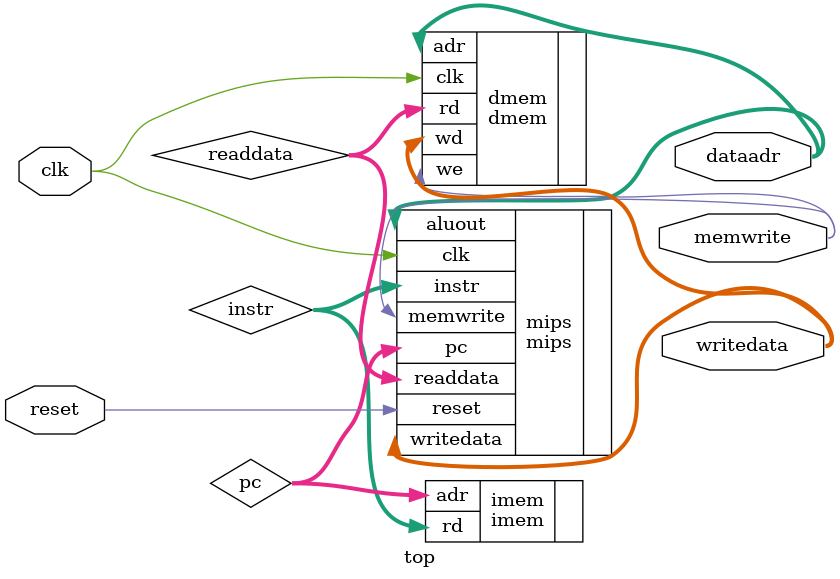
<source format=sv>

module top(input logic         clk, reset, 
           output logic [31:0] writedata, dataadr, 
           output logic        memwrite);

   logic [31:0]                pc, instr, readdata;
  
  // instantiate processor and memories
  mips mips(.clk, .reset, .pc, .instr, .memwrite, .aluout(dataadr), .writedata, .readdata);
   
  imem imem(.adr(pc), .rd(instr));
   
  dmem dmem(.clk, .we(memwrite), .adr(dataadr), .wd(writedata), .rd(readdata));

endmodule

</source>
